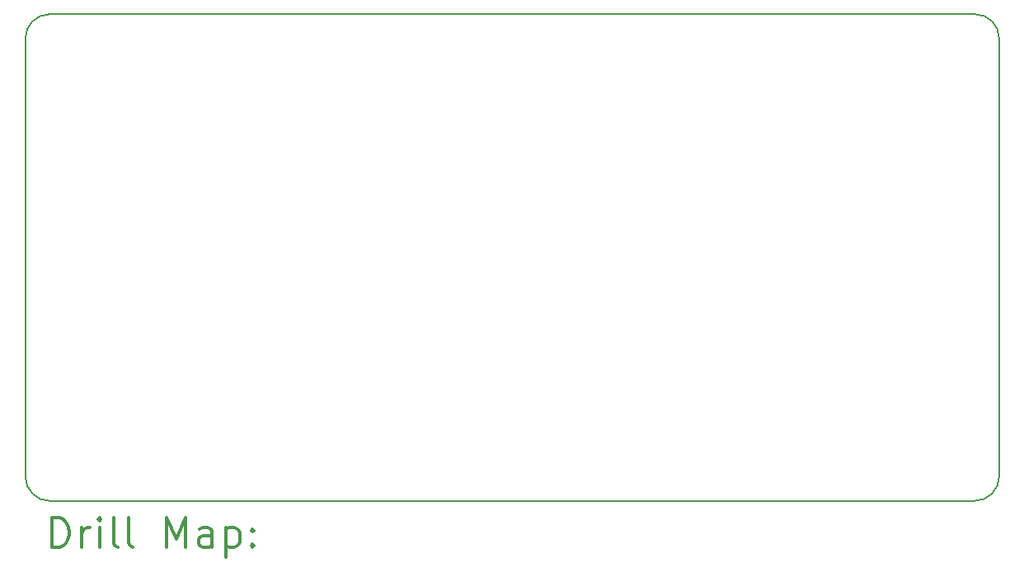
<source format=gbr>
%FSLAX45Y45*%
G04 Gerber Fmt 4.5, Leading zero omitted, Abs format (unit mm)*
G04 Created by KiCad (PCBNEW (5.1.10)-1) date 2023-08-02 14:35:38*
%MOMM*%
%LPD*%
G01*
G04 APERTURE LIST*
%TA.AperFunction,Profile*%
%ADD10C,0.200000*%
%TD*%
%ADD11C,0.200000*%
%ADD12C,0.300000*%
G04 APERTURE END LIST*
D10*
X16555700Y-10257560D02*
X7055700Y-10257560D01*
X6805700Y-10507560D02*
X6805700Y-15007560D01*
X16805700Y-15007560D02*
G75*
G02*
X16555700Y-15257560I-250000J0D01*
G01*
X16555700Y-10257560D02*
G75*
G02*
X16805700Y-10507560I0J-250000D01*
G01*
X16805700Y-15007560D02*
X16805700Y-10507560D01*
X7055700Y-15257560D02*
G75*
G02*
X6805700Y-15007560I0J250000D01*
G01*
X6805700Y-10507560D02*
G75*
G02*
X7055700Y-10257560I250000J0D01*
G01*
X7055700Y-15257560D02*
X16555700Y-15257560D01*
D11*
D12*
X7082128Y-15733274D02*
X7082128Y-15433274D01*
X7153557Y-15433274D01*
X7196414Y-15447560D01*
X7224986Y-15476131D01*
X7239271Y-15504703D01*
X7253557Y-15561846D01*
X7253557Y-15604703D01*
X7239271Y-15661846D01*
X7224986Y-15690417D01*
X7196414Y-15718988D01*
X7153557Y-15733274D01*
X7082128Y-15733274D01*
X7382128Y-15733274D02*
X7382128Y-15533274D01*
X7382128Y-15590417D02*
X7396414Y-15561846D01*
X7410700Y-15547560D01*
X7439271Y-15533274D01*
X7467843Y-15533274D01*
X7567843Y-15733274D02*
X7567843Y-15533274D01*
X7567843Y-15433274D02*
X7553557Y-15447560D01*
X7567843Y-15461846D01*
X7582128Y-15447560D01*
X7567843Y-15433274D01*
X7567843Y-15461846D01*
X7753557Y-15733274D02*
X7724986Y-15718988D01*
X7710700Y-15690417D01*
X7710700Y-15433274D01*
X7910700Y-15733274D02*
X7882128Y-15718988D01*
X7867843Y-15690417D01*
X7867843Y-15433274D01*
X8253557Y-15733274D02*
X8253557Y-15433274D01*
X8353557Y-15647560D01*
X8453557Y-15433274D01*
X8453557Y-15733274D01*
X8724986Y-15733274D02*
X8724986Y-15576131D01*
X8710700Y-15547560D01*
X8682128Y-15533274D01*
X8624986Y-15533274D01*
X8596414Y-15547560D01*
X8724986Y-15718988D02*
X8696414Y-15733274D01*
X8624986Y-15733274D01*
X8596414Y-15718988D01*
X8582128Y-15690417D01*
X8582128Y-15661846D01*
X8596414Y-15633274D01*
X8624986Y-15618988D01*
X8696414Y-15618988D01*
X8724986Y-15604703D01*
X8867843Y-15533274D02*
X8867843Y-15833274D01*
X8867843Y-15547560D02*
X8896414Y-15533274D01*
X8953557Y-15533274D01*
X8982128Y-15547560D01*
X8996414Y-15561846D01*
X9010700Y-15590417D01*
X9010700Y-15676131D01*
X8996414Y-15704703D01*
X8982128Y-15718988D01*
X8953557Y-15733274D01*
X8896414Y-15733274D01*
X8867843Y-15718988D01*
X9139271Y-15704703D02*
X9153557Y-15718988D01*
X9139271Y-15733274D01*
X9124986Y-15718988D01*
X9139271Y-15704703D01*
X9139271Y-15733274D01*
X9139271Y-15547560D02*
X9153557Y-15561846D01*
X9139271Y-15576131D01*
X9124986Y-15561846D01*
X9139271Y-15547560D01*
X9139271Y-15576131D01*
M02*

</source>
